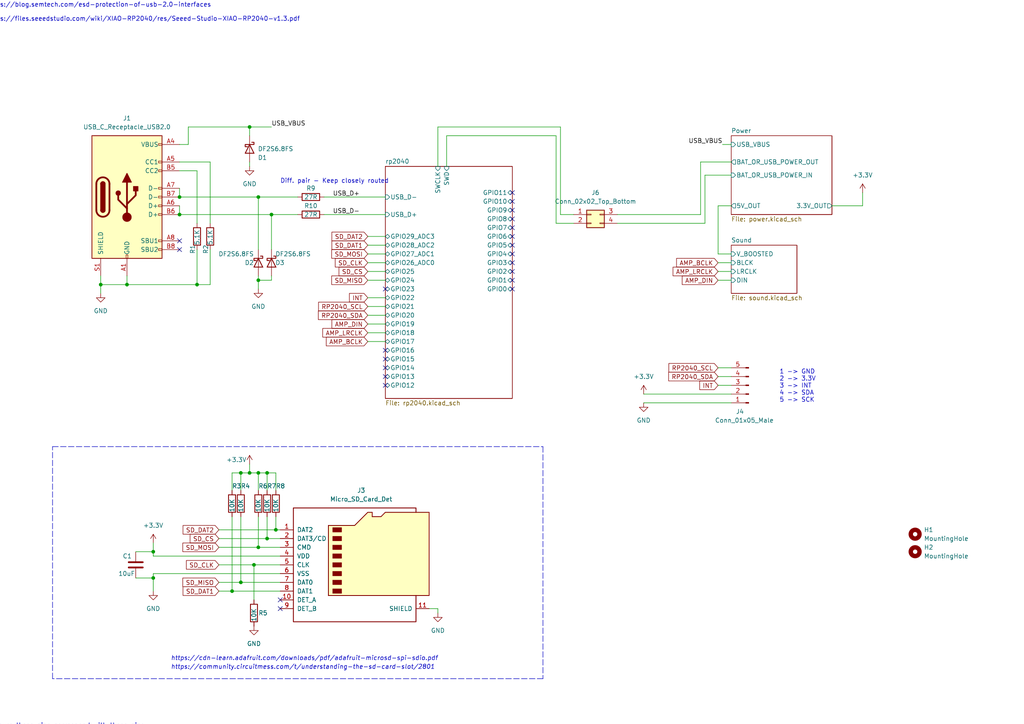
<source format=kicad_sch>
(kicad_sch (version 20211123) (generator eeschema)
  (paper "A4")
  (lib_symbols
    (symbol "Connector:Conn_01x05_Male" (pin_names (offset 1.016) hide)
      (property "Reference" "J" (at 0 7.62 0))
      (property "Value" "Conn_01x05_Male" (at 0 -7.62 0))
      (symbol "Conn_01x05_Male_1_1"
        (polyline (pts (xy 1.27 -5.08) (xy 0.8636 -5.08)) (stroke (width 0.1524)))
        (polyline (pts (xy 1.27 -2.54) (xy 0.8636 -2.54)) (stroke (width 0.1524)))
        (polyline (pts (xy 1.27 0) (xy 0.8636 0)) (stroke (width 0.1524)))
        (polyline (pts (xy 1.27 2.54) (xy 0.8636 2.54)) (stroke (width 0.1524)))
        (polyline (pts (xy 1.27 5.08) (xy 0.8636 5.08)) (stroke (width 0.1524)))
        (rectangle (start 0.8636 -4.953) (end 0 -5.207) (stroke (width 0.1524)) (fill (type outline)))
        (rectangle (start 0.8636 -2.413) (end 0 -2.667) (stroke (width 0.1524)) (fill (type outline)))
        (rectangle (start 0.8636 0.127) (end 0 -0.127) (stroke (width 0.1524)) (fill (type outline)))
        (rectangle (start 0.8636 2.667) (end 0 2.413) (stroke (width 0.1524)) (fill (type outline)))
        (rectangle (start 0.8636 5.207) (end 0 4.953) (stroke (width 0.1524)) (fill (type outline)))
        (pin passive line (at 5.08 5.08 180) (length 3.81) (name "Pin_1") (number "1"))
        (pin passive line (at 5.08 2.54 180) (length 3.81) (name "Pin_2") (number "2"))
        (pin passive line (at 5.08 0 180) (length 3.81) (name "Pin_3") (number "3"))
        (pin passive line (at 5.08 -2.54 180) (length 3.81) (name "Pin_4") (number "4"))
        (pin passive line (at 5.08 -5.08 180) (length 3.81) (name "Pin_5") (number "5"))
      )
    )
    (symbol "Connector:Micro_SD_Card_Det" (pin_names (offset 1.016))
      (property "Reference" "J" (at -16.51 17.78 0))
      (property "Value" "Micro_SD_Card_Det" (at 16.51 17.78 0))
      (symbol "Micro_SD_Card_Det_0_1"
        (rectangle (start -7.62 -6.985) (end -5.08 -8.255) (fill (type outline)))
        (rectangle (start -7.62 -4.445) (end -5.08 -5.715) (fill (type outline)))
        (rectangle (start -7.62 -1.905) (end -5.08 -3.175) (fill (type outline)))
        (rectangle (start -7.62 0.635) (end -5.08 -0.635) (fill (type outline)))
        (rectangle (start -7.62 3.175) (end -5.08 1.905) (fill (type outline)))
        (rectangle (start -7.62 5.715) (end -5.08 4.445) (fill (type outline)))
        (rectangle (start -7.62 8.255) (end -5.08 6.985) (fill (type outline)))
        (rectangle (start -7.62 10.795) (end -5.08 9.525) (fill (type outline)))
        (polyline (pts (xy 16.51 15.24) (xy 16.51 16.51) (xy -19.05 16.51) (xy -19.05 -16.51) (xy 16.51 -16.51) (xy 16.51 -8.89)) (stroke (width 0.254)))
        (polyline (pts (xy -8.89 -8.89) (xy -8.89 11.43) (xy -1.27 11.43) (xy 2.54 15.24) (xy 3.81 15.24) (xy 3.81 13.97) (xy 6.35 13.97) (xy 7.62 15.24) (xy 20.32 15.24) (xy 20.32 -8.89) (xy -8.89 -8.89)) (stroke (width 0.254)) (fill (type background)))
      )
      (symbol "Micro_SD_Card_Det_1_1"
        (pin bidirectional line (at -22.86 10.16 0) (length 3.81) (name "DAT2") (number "1"))
        (pin passive line (at -22.86 -10.16 0) (length 3.81) (name "DET_A") (number "10"))
        (pin passive line (at 20.32 -12.7 180) (length 3.81) (name "SHIELD") (number "11"))
        (pin bidirectional line (at -22.86 7.62 0) (length 3.81) (name "DAT3/CD") (number "2"))
        (pin input line (at -22.86 5.08 0) (length 3.81) (name "CMD") (number "3"))
        (pin power_in line (at -22.86 2.54 0) (length 3.81) (name "VDD") (number "4"))
        (pin input line (at -22.86 0 0) (length 3.81) (name "CLK") (number "5"))
        (pin power_in line (at -22.86 -2.54 0) (length 3.81) (name "VSS") (number "6"))
        (pin bidirectional line (at -22.86 -5.08 0) (length 3.81) (name "DAT0") (number "7"))
        (pin bidirectional line (at -22.86 -7.62 0) (length 3.81) (name "DAT1") (number "8"))
        (pin passive line (at -22.86 -12.7 0) (length 3.81) (name "DET_B") (number "9"))
      )
    )
    (symbol "Connector:USB_C_Receptacle_USB2.0" (pin_names (offset 1.016))
      (property "Reference" "J" (at -10.16 19.05 0))
      (property "Value" "USB_C_Receptacle_USB2.0" (at 19.05 19.05 0))
      (symbol "USB_C_Receptacle_USB2.0_0_0"
        (rectangle (start -0.254 -17.78) (end 0.254 -16.764))
        (rectangle (start 10.16 -14.986) (end 9.144 -15.494))
        (rectangle (start 10.16 -12.446) (end 9.144 -12.954))
        (rectangle (start 10.16 -4.826) (end 9.144 -5.334))
        (rectangle (start 10.16 -2.286) (end 9.144 -2.794))
        (rectangle (start 10.16 0.254) (end 9.144 -0.254))
        (rectangle (start 10.16 2.794) (end 9.144 2.286))
        (rectangle (start 10.16 7.874) (end 9.144 7.366))
        (rectangle (start 10.16 10.414) (end 9.144 9.906))
        (rectangle (start 10.16 15.494) (end 9.144 14.986))
      )
      (symbol "USB_C_Receptacle_USB2.0_0_1"
        (rectangle (start -10.16 17.78) (end 10.16 -17.78) (stroke (width 0.254)) (fill (type background)))
        (arc (start -8.89 -3.81) (mid -6.985 -5.715) (end -5.08 -3.81) (stroke (width 0.508)))
        (arc (start -7.62 -3.81) (mid -6.985 -4.445) (end -6.35 -3.81) (stroke (width 0.254)))
        (arc (start -7.62 -3.81) (mid -6.985 -4.445) (end -6.35 -3.81) (stroke (width 0.254)) (fill (type outline)))
        (rectangle (start -7.62 -3.81) (end -6.35 3.81) (stroke (width 0.254)) (fill (type outline)))
        (arc (start -6.35 3.81) (mid -6.985 4.445) (end -7.62 3.81) (stroke (width 0.254)))
        (arc (start -6.35 3.81) (mid -6.985 4.445) (end -7.62 3.81) (stroke (width 0.254)) (fill (type outline)))
        (arc (start -5.08 3.81) (mid -6.985 5.715) (end -8.89 3.81) (stroke (width 0.508)))
        (circle (center -2.54 1.143) (radius 0.635) (stroke (width 0.254)) (fill (type outline)))
        (circle (center 0 -5.842) (radius 1.27) (fill (type outline)))
        (polyline (pts (xy -8.89 -3.81) (xy -8.89 3.81)) (stroke (width 0.508)))
        (polyline (pts (xy -5.08 3.81) (xy -5.08 -3.81)) (stroke (width 0.508)))
        (polyline (pts (xy 0 -5.842) (xy 0 4.318)) (stroke (width 0.508)))
        (polyline (pts (xy 0 -3.302) (xy -2.54 -0.762) (xy -2.54 0.508)) (stroke (width 0.508)))
        (polyline (pts (xy 0 -2.032) (xy 2.54 0.508) (xy 2.54 1.778)) (stroke (width 0.508)))
        (polyline (pts (xy -1.27 4.318) (xy 0 6.858) (xy 1.27 4.318) (xy -1.27 4.318)) (stroke (width 0.254)) (fill (type outline)))
        (rectangle (start 1.905 1.778) (end 3.175 3.048) (stroke (width 0.254)) (fill (type outline)))
      )
      (symbol "USB_C_Receptacle_USB2.0_1_1"
        (pin passive line (at 0 -22.86 90) (length 5.08) (name "GND") (number "A1"))
        (pin passive line (at 0 -22.86 90) (length 5.08) hide (name "GND") (number "A12"))
        (pin passive line (at 15.24 15.24 180) (length 5.08) (name "VBUS") (number "A4"))
        (pin bidirectional line (at 15.24 10.16 180) (length 5.08) (name "CC1") (number "A5"))
        (pin bidirectional line (at 15.24 -2.54 180) (length 5.08) (name "D+") (number "A6"))
        (pin bidirectional line (at 15.24 2.54 180) (length 5.08) (name "D-") (number "A7"))
        (pin bidirectional line (at 15.24 -12.7 180) (length 5.08) (name "SBU1") (number "A8"))
        (pin passive line (at 15.24 15.24 180) (length 5.08) hide (name "VBUS") (number "A9"))
        (pin passive line (at 0 -22.86 90) (length 5.08) hide (name "GND") (number "B1"))
        (pin passive line (at 0 -22.86 90) (length 5.08) hide (name "GND") (number "B12"))
        (pin passive line (at 15.24 15.24 180) (length 5.08) hide (name "VBUS") (number "B4"))
        (pin bidirectional line (at 15.24 7.62 180) (length 5.08) (name "CC2") (number "B5"))
        (pin bidirectional line (at 15.24 -5.08 180) (length 5.08) (name "D+") (number "B6"))
        (pin bidirectional line (at 15.24 0 180) (length 5.08) (name "D-") (number "B7"))
        (pin bidirectional line (at 15.24 -15.24 180) (length 5.08) (name "SBU2") (number "B8"))
        (pin passive line (at 15.24 15.24 180) (length 5.08) hide (name "VBUS") (number "B9"))
        (pin passive line (at -7.62 -22.86 90) (length 5.08) (name "SHIELD") (number "S1"))
      )
    )
    (symbol "Connector_Generic:Conn_02x02_Top_Bottom" (pin_names (offset 1.016) hide)
      (property "Reference" "J" (at 1.27 2.54 0))
      (property "Value" "Conn_02x02_Top_Bottom" (at 1.27 -5.08 0))
      (symbol "Conn_02x02_Top_Bottom_1_1"
        (rectangle (start -1.27 -2.413) (end 0 -2.667) (stroke (width 0.1524)))
        (rectangle (start -1.27 0.127) (end 0 -0.127) (stroke (width 0.1524)))
        (rectangle (start -1.27 1.27) (end 3.81 -3.81) (stroke (width 0.254)) (fill (type background)))
        (rectangle (start 3.81 -2.413) (end 2.54 -2.667) (stroke (width 0.1524)))
        (rectangle (start 3.81 0.127) (end 2.54 -0.127) (stroke (width 0.1524)))
        (pin passive line (at -5.08 0 0) (length 3.81) (name "Pin_1") (number "1"))
        (pin passive line (at -5.08 -2.54 0) (length 3.81) (name "Pin_2") (number "2"))
        (pin passive line (at 7.62 0 180) (length 3.81) (name "Pin_3") (number "3"))
        (pin passive line (at 7.62 -2.54 180) (length 3.81) (name "Pin_4") (number "4"))
      )
    )
    (symbol "Device:C" (pin_numbers hide) (pin_names (offset 0.254))
      (property "Reference" "C" (at 0.635 2.54 0))
      (property "Value" "C" (at 0.635 -2.54 0))
      (symbol "C_0_1"
        (polyline (pts (xy -2.032 -0.762) (xy 2.032 -0.762)) (stroke (width 0.508)))
        (polyline (pts (xy -2.032 0.762) (xy 2.032 0.762)) (stroke (width 0.508)))
      )
      (symbol "C_1_1"
        (pin passive line (at 0 3.81 270) (length 2.794) (name "~") (number "1"))
        (pin passive line (at 0 -3.81 90) (length 2.794) (name "~") (number "2"))
      )
    )
    (symbol "Device:D_Schottky" (pin_numbers hide) (pin_names (offset 1.016) hide)
      (property "Reference" "D" (at 0 2.54 0))
      (property "Value" "D_Schottky" (at 0 -2.54 0))
      (symbol "D_Schottky_0_1"
        (polyline (pts (xy 1.27 0) (xy -1.27 0)))
        (polyline (pts (xy 1.27 1.27) (xy 1.27 -1.27) (xy -1.27 0) (xy 1.27 1.27)) (stroke (width 0.254)))
        (polyline (pts (xy -1.905 0.635) (xy -1.905 1.27) (xy -1.27 1.27) (xy -1.27 -1.27) (xy -0.635 -1.27) (xy -0.635 -0.635)) (stroke (width 0.254)))
      )
      (symbol "D_Schottky_1_1"
        (pin passive line (at -3.81 0 0) (length 2.54) (name "K") (number "1"))
        (pin passive line (at 3.81 0 180) (length 2.54) (name "A") (number "2"))
      )
    )
    (symbol "Device:R" (pin_numbers hide) (pin_names (offset 0))
      (property "Reference" "R" (at 2.032 0 90))
      (property "Value" "R" (at 0 0 90))
      (symbol "R_0_1"
        (rectangle (start -1.016 -2.54) (end 1.016 2.54) (stroke (width 0.254)))
      )
      (symbol "R_1_1"
        (pin passive line (at 0 3.81 270) (length 1.27) (name "~") (number "1"))
        (pin passive line (at 0 -3.81 90) (length 1.27) (name "~") (number "2"))
      )
    )
    (symbol "Mechanical:MountingHole" (pin_names (offset 1.016))
      (property "Reference" "H" (at 0 5.08 0))
      (property "Value" "MountingHole" (at 0 3.175 0))
      (symbol "MountingHole_0_1"
        (circle (center 0 0) (radius 1.27) (stroke (width 1.27)))
      )
    )
    (symbol "power:+3.3V" (power) (pin_names (offset 0))
      (property "Value" "+3.3V" (at 0 3.556 0))
      (symbol "+3.3V_0_1"
        (polyline (pts (xy -0.762 1.27) (xy 0 2.54)))
        (polyline (pts (xy 0 0) (xy 0 2.54)))
        (polyline (pts (xy 0 2.54) (xy 0.762 1.27)))
      )
      (symbol "+3.3V_1_1"
        (pin power_in line (at 0 0 90) (length 0) hide (name "+3.3V") (number "1"))
      )
    )
    (symbol "power:GND" (power) (pin_names (offset 0))
      (property "Value" "GND" (at 0 -3.81 0))
      (symbol "GND_0_1"
        (polyline (pts (xy 0 0) (xy 0 -1.27) (xy 1.27 -1.27) (xy 0 -2.54) (xy -1.27 -1.27) (xy 0 -1.27)))
      )
      (symbol "GND_1_1"
        (pin power_in line (at 0 0 270) (length 0) hide (name "GND") (number "1"))
      )
    )
  )
  (junction (at 74.93 81.28))
  (junction (at 69.85 137.16))
  (junction (at 74.93 137.16))
  (junction (at 52.07 62.23))
  (junction (at 69.85 168.91))
  (junction (at 73.66 163.83))
  (junction (at 57.15 82.55))
  (junction (at 74.93 158.75))
  (junction (at 52.07 57.15))
  (junction (at 80.01 153.67))
  (junction (at 74.93 57.15))
  (junction (at 72.39 36.83))
  (junction (at 36.83 82.55))
  (junction (at 78.74 62.23))
  (junction (at 77.47 156.21))
  (junction (at 29.21 82.55))
  (junction (at 44.45 167.64))
  (junction (at 72.39 137.16))
  (junction (at 44.45 160.02))
  (junction (at 67.31 171.45))
  (junction (at 77.47 137.16))
  (no_connect (at 111.76 109.22))
  (no_connect (at 148.59 58.42))
  (no_connect (at 81.28 173.99))
  (no_connect (at 111.76 101.6))
  (no_connect (at 148.59 83.82))
  (no_connect (at 148.59 81.28))
  (no_connect (at 111.76 83.82))
  (no_connect (at 81.28 176.53))
  (no_connect (at 111.76 111.76))
  (no_connect (at 111.76 106.68))
  (no_connect (at 148.59 63.5))
  (no_connect (at 111.76 104.14))
  (no_connect (at 148.59 55.88))
  (no_connect (at 148.59 73.66))
  (no_connect (at 148.59 66.04))
  (no_connect (at 52.07 69.85))
  (no_connect (at 148.59 78.74))
  (no_connect (at 148.59 60.96))
  (no_connect (at 148.59 76.2))
  (no_connect (at 148.59 68.58))
  (no_connect (at 52.07 72.39))
  (no_connect (at 148.59 71.12))
  (wire (pts (xy 106.68 71.12) (xy 111.76 71.12)))
  (wire (pts (xy 208.28 59.69) (xy 212.09 59.69)))
  (wire (pts (xy 52.07 62.23) (xy 78.74 62.23)))
  (wire (pts (xy 74.93 57.15) (xy 86.36 57.15)))
  (wire (pts (xy 74.93 142.24) (xy 74.93 137.16)))
  (wire (pts (xy 162.56 36.83) (xy 162.56 62.23)))
  (wire (pts (xy 72.39 36.83) (xy 72.39 39.37)))
  (wire (pts (xy 52.07 46.99) (xy 60.96 46.99)))
  (wire (pts (xy 60.96 46.99) (xy 60.96 64.77)))
  (polyline (pts (xy 15.24 129.54) (xy 157.48 129.54)))
  (wire (pts (xy 161.29 39.37) (xy 161.29 64.77)))
  (wire (pts (xy 179.07 64.77) (xy 204.47 64.77)))
  (wire (pts (xy 52.07 41.91) (xy 54.61 41.91)))
  (wire (pts (xy 44.45 166.37) (xy 44.45 167.64)))
  (wire (pts (xy 106.68 68.58) (xy 111.76 68.58)))
  (wire (pts (xy 67.31 137.16) (xy 69.85 137.16)))
  (wire (pts (xy 29.21 82.55) (xy 36.83 82.55)))
  (wire (pts (xy 209.55 41.91) (xy 212.09 41.91)))
  (polyline (pts (xy 157.48 196.85) (xy 15.24 196.85)))
  (wire (pts (xy 203.2 46.99) (xy 203.2 62.23)))
  (wire (pts (xy 77.47 149.86) (xy 77.47 156.21)))
  (wire (pts (xy 44.45 161.29) (xy 81.28 161.29)))
  (wire (pts (xy 63.5 171.45) (xy 67.31 171.45)))
  (wire (pts (xy 106.68 88.9) (xy 111.76 88.9)))
  (wire (pts (xy 127 48.26) (xy 127 36.83)))
  (wire (pts (xy 72.39 137.16) (xy 74.93 137.16)))
  (wire (pts (xy 69.85 168.91) (xy 81.28 168.91)))
  (wire (pts (xy 208.28 76.2) (xy 212.09 76.2)))
  (wire (pts (xy 74.93 149.86) (xy 74.93 158.75)))
  (wire (pts (xy 63.5 168.91) (xy 69.85 168.91)))
  (wire (pts (xy 57.15 82.55) (xy 60.96 82.55)))
  (wire (pts (xy 54.61 36.83) (xy 72.39 36.83)))
  (wire (pts (xy 106.68 91.44) (xy 111.76 91.44)))
  (wire (pts (xy 78.74 80.01) (xy 78.74 81.28)))
  (wire (pts (xy 203.2 62.23) (xy 179.07 62.23)))
  (wire (pts (xy 52.07 54.61) (xy 52.07 57.15)))
  (wire (pts (xy 161.29 64.77) (xy 166.37 64.77)))
  (wire (pts (xy 73.66 163.83) (xy 73.66 173.99)))
  (wire (pts (xy 106.68 76.2) (xy 111.76 76.2)))
  (wire (pts (xy 63.5 163.83) (xy 73.66 163.83)))
  (wire (pts (xy 73.66 163.83) (xy 81.28 163.83)))
  (wire (pts (xy 106.68 73.66) (xy 111.76 73.66)))
  (wire (pts (xy 93.98 62.23) (xy 111.76 62.23)))
  (wire (pts (xy 186.69 114.3) (xy 212.09 114.3)))
  (wire (pts (xy 74.93 81.28) (xy 74.93 83.82)))
  (wire (pts (xy 52.07 62.23) (xy 52.07 59.69)))
  (wire (pts (xy 72.39 46.99) (xy 72.39 48.26)))
  (wire (pts (xy 52.07 57.15) (xy 74.93 57.15)))
  (wire (pts (xy 29.21 82.55) (xy 29.21 85.09)))
  (wire (pts (xy 63.5 153.67) (xy 80.01 153.67)))
  (wire (pts (xy 57.15 49.53) (xy 57.15 64.77)))
  (wire (pts (xy 124.46 176.53) (xy 127 176.53)))
  (wire (pts (xy 93.98 57.15) (xy 111.76 57.15)))
  (wire (pts (xy 72.39 36.83) (xy 78.74 36.83)))
  (wire (pts (xy 74.93 137.16) (xy 77.47 137.16)))
  (wire (pts (xy 77.47 142.24) (xy 77.47 137.16)))
  (wire (pts (xy 241.3 59.69) (xy 250.19 59.69)))
  (wire (pts (xy 74.93 57.15) (xy 74.93 72.39)))
  (wire (pts (xy 106.68 78.74) (xy 111.76 78.74)))
  (wire (pts (xy 212.09 46.99) (xy 203.2 46.99)))
  (wire (pts (xy 54.61 41.91) (xy 54.61 36.83)))
  (wire (pts (xy 67.31 171.45) (xy 81.28 171.45)))
  (wire (pts (xy 57.15 72.39) (xy 57.15 82.55)))
  (polyline (pts (xy 15.24 196.85) (xy 15.24 129.54)))
  (wire (pts (xy 39.37 160.02) (xy 44.45 160.02)))
  (wire (pts (xy 208.28 106.68) (xy 212.09 106.68)))
  (wire (pts (xy 80.01 137.16) (xy 77.47 137.16)))
  (wire (pts (xy 77.47 156.21) (xy 81.28 156.21)))
  (wire (pts (xy 80.01 142.24) (xy 80.01 137.16)))
  (wire (pts (xy 69.85 137.16) (xy 69.85 142.24)))
  (wire (pts (xy 250.19 59.69) (xy 250.19 55.88)))
  (wire (pts (xy 78.74 62.23) (xy 86.36 62.23)))
  (wire (pts (xy 208.28 81.28) (xy 212.09 81.28)))
  (wire (pts (xy 74.93 80.01) (xy 74.93 81.28)))
  (wire (pts (xy 208.28 73.66) (xy 212.09 73.66)))
  (wire (pts (xy 106.68 86.36) (xy 111.76 86.36)))
  (wire (pts (xy 204.47 50.8) (xy 212.09 50.8)))
  (wire (pts (xy 127 36.83) (xy 162.56 36.83)))
  (wire (pts (xy 81.28 166.37) (xy 44.45 166.37)))
  (wire (pts (xy 106.68 81.28) (xy 111.76 81.28)))
  (wire (pts (xy 74.93 158.75) (xy 81.28 158.75)))
  (wire (pts (xy 29.21 80.01) (xy 29.21 82.55)))
  (wire (pts (xy 80.01 149.86) (xy 80.01 153.67)))
  (wire (pts (xy 208.28 78.74) (xy 212.09 78.74)))
  (wire (pts (xy 44.45 157.48) (xy 44.45 160.02)))
  (wire (pts (xy 67.31 149.86) (xy 67.31 171.45)))
  (wire (pts (xy 208.28 111.76) (xy 212.09 111.76)))
  (polyline (pts (xy 157.48 129.54) (xy 157.48 196.85)))
  (wire (pts (xy 69.85 149.86) (xy 69.85 168.91)))
  (wire (pts (xy 208.28 59.69) (xy 208.28 73.66)))
  (wire (pts (xy 44.45 161.29) (xy 44.45 160.02)))
  (wire (pts (xy 129.54 48.26) (xy 129.54 39.37)))
  (wire (pts (xy 39.37 167.64) (xy 44.45 167.64)))
  (wire (pts (xy 52.07 49.53) (xy 57.15 49.53)))
  (wire (pts (xy 106.68 96.52) (xy 111.76 96.52)))
  (wire (pts (xy 63.5 158.75) (xy 74.93 158.75)))
  (wire (pts (xy 204.47 64.77) (xy 204.47 50.8)))
  (wire (pts (xy 36.83 80.01) (xy 36.83 82.55)))
  (wire (pts (xy 63.5 156.21) (xy 77.47 156.21)))
  (wire (pts (xy 67.31 142.24) (xy 67.31 137.16)))
  (wire (pts (xy 162.56 62.23) (xy 166.37 62.23)))
  (wire (pts (xy 106.68 99.06) (xy 111.76 99.06)))
  (wire (pts (xy 129.54 39.37) (xy 161.29 39.37)))
  (wire (pts (xy 127 176.53) (xy 127 177.8)))
  (wire (pts (xy 72.39 137.16) (xy 72.39 134.62)))
  (wire (pts (xy 208.28 109.22) (xy 212.09 109.22)))
  (wire (pts (xy 186.69 116.84) (xy 212.09 116.84)))
  (wire (pts (xy 106.68 93.98) (xy 111.76 93.98)))
  (wire (pts (xy 60.96 72.39) (xy 60.96 82.55)))
  (wire (pts (xy 78.74 81.28) (xy 74.93 81.28)))
  (wire (pts (xy 69.85 137.16) (xy 72.39 137.16)))
  (wire (pts (xy 78.74 62.23) (xy 78.74 72.39)))
  (wire (pts (xy 44.45 167.64) (xy 44.45 171.45)))
  (wire (pts (xy 80.01 153.67) (xy 81.28 153.67)))
  (wire (pts (xy 36.83 82.55) (xy 57.15 82.55)))
  (text "Diff. pair - Keep closely routed" (at 81.28 53.34 0) (effects (font (size 1.27 1.27)) (justify left bottom)))
  (text "https://community.circuitmess.com/t/understanding-the-sd-card-slot/2801" (at 49.53 194.31 0) (effects (font (size 1.27 1.27) italic) (justify left bottom)))
  (text "make sure these pins correspond with these pins:\nhttps://datasheets.raspberrypi.com/rp2040/rp2040-datasheet.pdf#%5B%7B%22num%22%3A16%2C%22gen%22%3A0%7D%2C%7B%22name%22%3A%22XYZ%22%7D%2C115%2C625.392%2Cnull%5D" (at -6.35 213.36 0) (effects (font (size 1.27 1.27)) (justify left bottom)))
  (text "https://cdn-learn.adafruit.com/downloads/pdf/adafruit-microsd-spi-sdio.pdf" (at 49.53 191.77 0) (effects (font (size 1.27 1.27) italic) (justify left bottom)))
  (text "https://blog.semtech.com/esd-protection-of-usb-2.0-interfaces\n\nhttps://files.seeedstudio.com/wiki/XIAO-RP2040/res/Seeed-Studio-XIAO-RP2040-v1.3.pdf" (at -3.81 6.35 0) (effects (font (size 1.27 1.27)) (justify left bottom)))
  (text "1 -> GND\n2 -> 3.3V\n3 -> INT\n4 -> SDA\n5 -> SCK" (at 226.06 116.84 0) (effects (font (size 1.27 1.27)) (justify left bottom)))
  (text "connect to ground with resistor\n\nhttps://www.reddit.com/r/PrintedCircuitBoard/comments/18tr602/review_request_rp2040_breakout_board/#lightbox\nhttps://www.synopsys.com/designware-ip/technical-bulletin/converting-existing-designs.html" (at -2.54 -3.81 0) (effects (font (size 1.27 1.27)) (justify left bottom)))
  (label "USB_D-" (at 96.52 62.23 0))
  (label "USB_VBUS" (at 78.74 36.83 0))
  (label "USB_VBUS" (at 209.55 41.91 180))
  (label "USB_D+" (at 96.52 57.15 0))
  (global_label "AMP_DIN" (shape input) (at 106.68 93.98 180) (property "Intersheet References" "${INTERSHEET_REFS}" (effects hide)))
  (global_label "INT" (shape input) (at 106.68 86.36 180) (property "Intersheet References" "${INTERSHEET_REFS}" (effects hide)))
  (global_label "AMP_BCLK" (shape input) (at 106.68 99.06 180) (property "Intersheet References" "${INTERSHEET_REFS}" (effects hide)))
  (global_label "SD_DAT1" (shape input) (at 63.5 171.45 180) (property "Intersheet References" "${INTERSHEET_REFS}" (effects hide)))
  (global_label "SD_MISO" (shape input) (at 63.5 168.91 180) (property "Intersheet References" "${INTERSHEET_REFS}" (effects hide)))
  (global_label "SD_MOSI" (shape input) (at 106.68 73.66 180) (property "Intersheet References" "${INTERSHEET_REFS}" (effects hide)))
  (global_label "RP2040_SCL" (shape input) (at 208.28 106.68 180) (property "Intersheet References" "${INTERSHEET_REFS}" (effects hide)))
  (global_label "RP2040_SCL" (shape input) (at 106.68 88.9 180) (property "Intersheet References" "${INTERSHEET_REFS}" (effects hide)))
  (global_label "RP2040_SDA" (shape input) (at 208.28 109.22 180) (property "Intersheet References" "${INTERSHEET_REFS}" (effects hide)))
  (global_label "SD_DAT2" (shape input) (at 63.5 153.67 180) (property "Intersheet References" "${INTERSHEET_REFS}" (effects hide)))
  (global_label "SD_CS" (shape input) (at 106.68 78.74 180) (property "Intersheet References" "${INTERSHEET_REFS}" (effects hide)))
  (global_label "SD_MOSI" (shape input) (at 63.5 158.75 180) (property "Intersheet References" "${INTERSHEET_REFS}" (effects hide)))
  (global_label "SD_CLK" (shape input) (at 63.5 163.83 180) (property "Intersheet References" "${INTERSHEET_REFS}" (effects hide)))
  (global_label "SD_DAT2" (shape input) (at 106.68 68.58 180) (property "Intersheet References" "${INTERSHEET_REFS}" (effects hide)))
  (global_label "SD_CS" (shape input) (at 63.5 156.21 180) (property "Intersheet References" "${INTERSHEET_REFS}" (effects hide)))
  (global_label "SD_DAT1" (shape input) (at 106.68 71.12 180) (property "Intersheet References" "${INTERSHEET_REFS}" (effects hide)))
  (global_label "SD_CLK" (shape input) (at 106.68 76.2 180) (property "Intersheet References" "${INTERSHEET_REFS}" (effects hide)))
  (global_label "SD_MISO" (shape input) (at 106.68 81.28 180) (property "Intersheet References" "${INTERSHEET_REFS}" (effects hide)))
  (global_label "AMP_LRCLK" (shape input) (at 106.68 96.52 180) (property "Intersheet References" "${INTERSHEET_REFS}" (effects hide)))
  (global_label "INT" (shape input) (at 208.28 111.76 180) (property "Intersheet References" "${INTERSHEET_REFS}" (effects hide)))
  (global_label "AMP_LRCLK" (shape input) (at 208.28 78.74 180) (property "Intersheet References" "${INTERSHEET_REFS}" (effects hide)))
  (global_label "AMP_BCLK" (shape input) (at 208.28 76.2 180) (property "Intersheet References" "${INTERSHEET_REFS}" (effects hide)))
  (global_label "AMP_DIN" (shape input) (at 208.28 81.28 180) (property "Intersheet References" "${INTERSHEET_REFS}" (effects hide)))
  (global_label "RP2040_SDA" (shape input) (at 106.68 91.44 180) (property "Intersheet References" "${INTERSHEET_REFS}" (effects hide)))
  (symbol (lib_id "Device:R") (at 90.17 62.23 90) (unit 1)
    (property "Reference" "R10" (at 90.17 59.69 90))
    (property "Value" "27R" (at 90.17 62.23 90))
    (property "Footprint" "Resistor_SMD:R_0603_1608Metric" (effects hide))
    (property "Vendor" "C25190" (effects hide))
  )
  (symbol (lib_id "Mechanical:MountingHole") (at 265.43 154.94 0) (unit 1)
    (property "Reference" "H1" (at 267.97 153.6699 0) (effects (justify left)))
    (property "Value" "MountingHole" (at 267.97 156.2099 0) (effects (justify left)))
    (property "Footprint" "MountingHole:MountingHole_3.2mm_M3_DIN965_Pad" (effects hide))
  )
  (symbol (lib_id "Device:R") (at 73.66 177.8 0) (unit 1)
    (property "Reference" "R5" (at 74.93 177.8 0) (effects (justify left)))
    (property "Value" "10K" (at 73.66 180.34 90) (effects (justify left)))
    (property "Footprint" "Resistor_SMD:R_0603_1608Metric" (effects hide))
    (property "Vendor" "C25804" (effects hide))
  )
  (symbol (lib_id "Device:R") (at 57.15 68.58 180) (unit 1)
    (property "Reference" "R1" (at 55.88 73.66 90) (effects (justify right)))
    (property "Value" "5.1K" (at 57.15 71.12 90) (effects (justify right)))
    (property "Footprint" "Resistor_SMD:R_0603_1608Metric" (effects hide))
    (property "Vendor" "C23186" (effects hide))
  )
  (symbol (lib_id "power:GND") (at 127 177.8 0) (unit 1)
    (property "Reference" "#PWR07" (effects hide))
    (property "Value" "GND" (at 127 182.88 0))
  )
  (symbol (lib_id "Device:R") (at 80.01 146.05 0) (unit 1)
    (property "Reference" "R8" (at 80.01 140.97 0) (effects (justify left)))
    (property "Value" "10K" (at 80.01 148.59 90) (effects (justify left)))
    (property "Footprint" "Resistor_SMD:R_0603_1608Metric" (effects hide))
    (property "Vendor" "C25804" (effects hide))
  )
  (symbol (lib_id "power:GND") (at 73.66 181.61 0) (unit 1)
    (property "Reference" "#PWR0101" (effects hide))
    (property "Value" "GND" (at 73.66 186.69 0))
  )
  (symbol (lib_id "Device:D_Schottky") (at 78.74 76.2 270) (unit 1)
    (property "Reference" "D3" (at 82.55 76.2 90) (effects (justify right)))
    (property "Value" "DF2S6.8FS" (at 90.17 73.66 90) (effects (justify right)))
    (property "Footprint" "Diode_SMD:D_SOD-923" (effects hide))
    (property "Vendor" "C1972978" (effects hide))
  )
  (symbol (lib_id "Device:R") (at 69.85 146.05 0) (unit 1)
    (property "Reference" "R4" (at 69.85 140.97 0) (effects (justify left)))
    (property "Value" "10K" (at 69.85 148.59 90) (effects (justify left)))
    (property "Footprint" "Resistor_SMD:R_0603_1608Metric" (effects hide))
    (property "Vendor" "C25804" (effects hide))
  )
  (symbol (lib_id "power:+3.3V") (at 186.69 114.3 0) (unit 1)
    (property "Reference" "#PWR09" (effects hide))
    (property "Value" "+3.3V" (at 186.69 109.22 0))
  )
  (symbol (lib_id "Device:R") (at 67.31 146.05 0) (unit 1)
    (property "Reference" "R3" (at 67.31 140.97 0) (effects (justify left)))
    (property "Value" "10K" (at 67.31 148.59 90) (effects (justify left)))
    (property "Footprint" "Resistor_SMD:R_0603_1608Metric" (effects hide))
    (property "Vendor" "C25804" (effects hide))
  )
  (symbol (lib_id "Device:D_Schottky") (at 72.39 43.18 270) (unit 1)
    (property "Reference" "D1" (at 77.47 45.72 90) (effects (justify right)))
    (property "Value" "DF2S6.8FS" (at 85.09 43.18 90) (effects (justify right)))
    (property "Footprint" "Diode_SMD:D_SOD-923" (effects hide))
    (property "Vendor" "C1972978" (effects hide))
  )
  (symbol (lib_id "power:GND") (at 44.45 171.45 0) (unit 1)
    (property "Reference" "#PWR03" (effects hide))
    (property "Value" "GND" (at 44.45 176.53 0))
  )
  (symbol (lib_id "Connector:Micro_SD_Card_Det") (at 104.14 163.83 0) (unit 1)
    (property "Reference" "J3" (at 104.775 142.24 0))
    (property "Value" "Micro_SD_Card_Det" (at 104.775 144.78 0))
    (property "Footprint" "Connector_Card:microSD_HC_Molex_104031-0811" (effects hide))
    (property "Vendor" "C585350" (effects hide))
  )
  (symbol (lib_id "Connector:Conn_01x05_Male") (at 217.17 111.76 180) (unit 1)
    (property "Reference" "J4" (at 214.63 119.38 0))
    (property "Value" "Conn_01x05_Male" (at 215.9 121.92 0))
    (property "Footprint" "Connector_JST:JST_PH_B5B-PH-SM4-TB_1x05-1MP_P2.00mm_Vertical" (effects hide))
    (property "Vendor" "C265085" (effects hide))
  )
  (symbol (lib_id "power:+3.3V") (at 250.19 55.88 0) (unit 1)
    (property "Reference" "#PWR08" (effects hide))
    (property "Value" "+3.3V" (at 250.19 50.8 0))
  )
  (symbol (lib_id "Device:R") (at 74.93 146.05 0) (unit 1)
    (property "Reference" "R6" (at 74.93 140.97 0) (effects (justify left)))
    (property "Value" "10K" (at 74.93 148.59 90) (effects (justify left)))
    (property "Footprint" "Resistor_SMD:R_0603_1608Metric" (effects hide))
    (property "Vendor" "C25804" (effects hide))
  )
  (symbol (lib_id "power:+3.3V") (at 44.45 157.48 0) (unit 1)
    (property "Reference" "#PWR02" (effects hide))
    (property "Value" "+3.3V" (at 44.45 152.4 0))
  )
  (symbol (lib_id "power:+3.3V") (at 72.39 134.62 0) (unit 1)
    (property "Reference" "#PWR05" (effects hide))
    (property "Value" "+3.3V" (at 68.58 133.35 0))
  )
  (symbol (lib_id "Device:R") (at 90.17 57.15 90) (unit 1)
    (property "Reference" "R9" (at 90.17 54.61 90))
    (property "Value" "27R" (at 90.17 57.15 90))
    (property "Footprint" "Resistor_SMD:R_0603_1608Metric" (effects hide))
    (property "Vendor" "C25190" (effects hide))
  )
  (symbol (lib_id "power:GND") (at 186.69 116.84 0) (unit 1)
    (property "Reference" "#PWR010" (effects hide))
    (property "Value" "GND" (at 186.69 121.92 0))
  )
  (symbol (lib_id "power:GND") (at 29.21 85.09 0) (unit 1)
    (property "Reference" "#PWR01" (effects hide))
    (property "Value" "GND" (at 29.21 90.17 0))
  )
  (symbol (lib_id "Mechanical:MountingHole") (at 265.43 160.02 0) (unit 1)
    (property "Reference" "H2" (at 267.97 158.7499 0) (effects (justify left)))
    (property "Value" "MountingHole" (at 267.97 161.2899 0) (effects (justify left)))
    (property "Footprint" "MountingHole:MountingHole_3.2mm_M3_DIN965_Pad" (effects hide))
  )
  (symbol (lib_id "Connector_Generic:Conn_02x02_Top_Bottom") (at 171.45 62.23 0) (unit 1)
    (property "Reference" "J6" (at 172.72 55.88 0))
    (property "Value" "Conn_02x02_Top_Bottom" (at 172.72 58.42 0))
    (property "Footprint" "Connector_PinHeader_2.54mm:PinHeader_2x02_P2.54mm_Vertical" (effects hide))
  )
  (symbol (lib_id "Device:R") (at 60.96 68.58 0) (unit 1)
    (property "Reference" "R2" (at 59.69 73.66 90) (effects (justify left)))
    (property "Value" "5.1K" (at 60.96 71.12 90) (effects (justify left)))
    (property "Footprint" "Resistor_SMD:R_0603_1608Metric" (effects hide))
    (property "Vendor" "C23186" (effects hide))
  )
  (symbol (lib_id "power:GND") (at 74.93 83.82 0) (unit 1)
    (property "Reference" "#PWR06" (effects hide))
    (property "Value" "GND" (at 74.93 88.9 0))
  )
  (symbol (lib_id "Device:C") (at 39.37 163.83 0) (unit 1)
    (property "Reference" "C1" (at 35.56 161.29 0) (effects (justify left)))
    (property "Value" "10uF" (at 34.29 166.37 0) (effects (justify left)))
    (property "Footprint" "Capacitor_SMD:C_0603_1608Metric" (effects hide))
    (property "Vendor" "C19702" (effects hide))
  )
  (symbol (lib_id "Connector:USB_C_Receptacle_USB2.0") (at 36.83 57.15 0) (unit 1)
    (property "Reference" "J1" (at 36.83 34.29 0))
    (property "Value" "USB_C_Receptacle_USB2.0" (at 36.83 36.83 0))
    (property "Footprint" "Connector_USB:USB_C_Receptacle_G-Switch_GT-USB-7010ASV" (effects hide))
    (property "Datasheet" "https://www.usb.org/sites/default/files/documents/usb_type-c.zip" (effects hide))
    (property "Vendor" "C2988369" (effects hide))
  )
  (symbol (lib_id "Device:R") (at 77.47 146.05 0) (unit 1)
    (property "Reference" "R7" (at 77.47 140.97 0) (effects (justify left)))
    (property "Value" "10K" (at 77.47 148.59 90) (effects (justify left)))
    (property "Footprint" "Resistor_SMD:R_0603_1608Metric" (effects hide))
    (property "Vendor" "C25804" (effects hide))
  )
  (symbol (lib_id "power:GND") (at 72.39 48.26 0) (unit 1)
    (property "Reference" "#PWR04" (effects hide))
    (property "Value" "GND" (at 72.39 53.34 0))
  )
  (symbol (lib_id "Device:D_Schottky") (at 74.93 76.2 270) (unit 1)
    (property "Reference" "D2" (at 73.66 76.2 90) (effects (justify right)))
    (property "Value" "DF2S6.8FS" (at 73.66 73.66 90) (effects (justify right)))
    (property "Footprint" "Diode_SMD:D_SOD-923" (effects hide))
    (property "Vendor" "C1972978" (effects hide))
  )
  (sheet (at 212.09 39.37) (size 29.21 22.86) (stroke (width 0.1524))
    (property "Sheet name" "Power" (at 212.09 38.6584 0) (effects (justify left bottom)))
    (property "Sheet file" "power.kicad_sch" (at 212.09 62.8146 0) (effects (justify left top)))
    (pin "3.3V_OUT" output (at 241.3 59.69 0))
    (pin "5V_OUT" output (at 212.09 59.69 180))
    (pin "USB_VBUS" input (at 212.09 41.91 180))
    (pin "BAT_OR_USB_POWER_OUT" output (at 212.09 46.99 180))
    (pin "BAT_OR_USB_POWER_IN" input (at 212.09 50.8 180))
  )
  (sheet (at 111.76 48.26) (size 36.83 67.31) (stroke (width 0.1524))
    (property "Sheet name" "rp2040" (at 111.76 47.5484 0) (effects (justify left bottom)))
    (property "Sheet file" "rp2040.kicad_sch" (at 111.76 116.1546 0) (effects (justify left top)))
    (pin "USB_D-" input (at 111.76 57.15 180))
    (pin "USB_D+" input (at 111.76 62.23 180))
    (pin "SWCLK" input (at 127 48.26 90))
    (pin "SWD" input (at 129.54 48.26 90))
    (pin "GPIO7" bidirectional (at 148.59 66.04 0))
    (pin "GPIO5" bidirectional (at 148.59 71.12 0))
    (pin "GPIO6" bidirectional (at 148.59 68.58 0))
    (pin "GPIO4" bidirectional (at 148.59 73.66 0))
    (pin "GPIO3" bidirectional (at 148.59 76.2 0))
    (pin "GPIO1" bidirectional (at 148.59 81.28 0))
    (pin "GPIO0" bidirectional (at 148.59 83.82 0))
    (pin "GPIO2" bidirectional (at 148.59 78.74 0))
    (pin "GPIO8" bidirectional (at 148.59 63.5 0))
    (pin "GPIO9" bidirectional (at 148.59 60.96 0))
    (pin "GPIO16" bidirectional (at 111.76 101.6 180))
    (pin "GPIO15" bidirectional (at 111.76 104.14 180))
    (pin "GPIO17" bidirectional (at 111.76 99.06 180))
    (pin "GPIO18" bidirectional (at 111.76 96.52 180))
    (pin "GPIO19" bidirectional (at 111.76 93.98 180))
    (pin "GPIO20" bidirectional (at 111.76 91.44 180))
    (pin "GPIO14" bidirectional (at 111.76 106.68 180))
    (pin "GPIO13" bidirectional (at 111.76 109.22 180))
    (pin "GPIO10" bidirectional (at 148.59 58.42 0))
    (pin "GPIO11" bidirectional (at 148.59 55.88 0))
    (pin "GPIO12" bidirectional (at 111.76 111.76 180))
    (pin "GPIO21" bidirectional (at 111.76 88.9 180))
    (pin "GPIO22" bidirectional (at 111.76 86.36 180))
    (pin "GPIO23" bidirectional (at 111.76 83.82 180))
    (pin "GPIO24" bidirectional (at 111.76 81.28 180))
    (pin "GPIO25" bidirectional (at 111.76 78.74 180))
    (pin "GPIO26_ADC0" bidirectional (at 111.76 76.2 180))
    (pin "GPIO27_ADC1" bidirectional (at 111.76 73.66 180))
    (pin "GPIO28_ADC2" bidirectional (at 111.76 71.12 180))
    (pin "GPIO29_ADC3" bidirectional (at 111.76 68.58 180))
  )
  (sheet (at 212.09 71.12) (size 19.05 13.97) (stroke (width 0.1524))
    (property "Sheet name" "Sound" (at 212.09 70.4084 0) (effects (justify left bottom)))
    (property "Sheet file" "sound.kicad_sch" (at 212.09 85.6746 0) (effects (justify left top)))
    (pin "V_BOOSTED" input (at 212.09 73.66 180))
    (pin "BLCK" input (at 212.09 76.2 180))
    (pin "LRCLK" input (at 212.09 78.74 180))
    (pin "DIN" input (at 212.09 81.28 180))
  )
)
</source>
